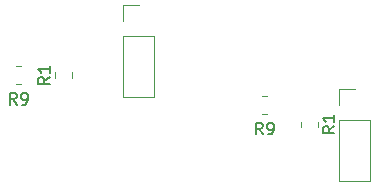
<source format=gbr>
G04 #@! TF.GenerationSoftware,KiCad,Pcbnew,6.0.8-f2edbf62ab~116~ubuntu20.04.1*
G04 #@! TF.CreationDate,2022-11-03T13:34:09-03:00*
G04 #@! TF.ProjectId,sensor_gnuiiium_lateral,73656e73-6f72-45f6-976e-75696969756d,rev?*
G04 #@! TF.SameCoordinates,Original*
G04 #@! TF.FileFunction,Legend,Top*
G04 #@! TF.FilePolarity,Positive*
%FSLAX46Y46*%
G04 Gerber Fmt 4.6, Leading zero omitted, Abs format (unit mm)*
G04 Created by KiCad (PCBNEW 6.0.8-f2edbf62ab~116~ubuntu20.04.1) date 2022-11-03 13:34:09*
%MOMM*%
%LPD*%
G01*
G04 APERTURE LIST*
%ADD10C,0.150000*%
%ADD11C,0.120000*%
G04 APERTURE END LIST*
D10*
G04 #@! TO.C,R1*
X170883380Y-83065066D02*
X170407190Y-83398400D01*
X170883380Y-83636495D02*
X169883380Y-83636495D01*
X169883380Y-83255542D01*
X169931000Y-83160304D01*
X169978619Y-83112685D01*
X170073857Y-83065066D01*
X170216714Y-83065066D01*
X170311952Y-83112685D01*
X170359571Y-83160304D01*
X170407190Y-83255542D01*
X170407190Y-83636495D01*
X170883380Y-82112685D02*
X170883380Y-82684114D01*
X170883380Y-82398400D02*
X169883380Y-82398400D01*
X170026238Y-82493638D01*
X170121476Y-82588876D01*
X170169095Y-82684114D01*
X146757380Y-78906666D02*
X146281190Y-79240000D01*
X146757380Y-79478095D02*
X145757380Y-79478095D01*
X145757380Y-79097142D01*
X145805000Y-79001904D01*
X145852619Y-78954285D01*
X145947857Y-78906666D01*
X146090714Y-78906666D01*
X146185952Y-78954285D01*
X146233571Y-79001904D01*
X146281190Y-79097142D01*
X146281190Y-79478095D01*
X146757380Y-77954285D02*
X146757380Y-78525714D01*
X146757380Y-78240000D02*
X145757380Y-78240000D01*
X145900238Y-78335238D01*
X145995476Y-78430476D01*
X146043095Y-78525714D01*
G04 #@! TO.C,R9*
X143978333Y-81224380D02*
X143645000Y-80748190D01*
X143406904Y-81224380D02*
X143406904Y-80224380D01*
X143787857Y-80224380D01*
X143883095Y-80272000D01*
X143930714Y-80319619D01*
X143978333Y-80414857D01*
X143978333Y-80557714D01*
X143930714Y-80652952D01*
X143883095Y-80700571D01*
X143787857Y-80748190D01*
X143406904Y-80748190D01*
X144454523Y-81224380D02*
X144645000Y-81224380D01*
X144740238Y-81176761D01*
X144787857Y-81129142D01*
X144883095Y-80986285D01*
X144930714Y-80795809D01*
X144930714Y-80414857D01*
X144883095Y-80319619D01*
X144835476Y-80272000D01*
X144740238Y-80224380D01*
X144549761Y-80224380D01*
X144454523Y-80272000D01*
X144406904Y-80319619D01*
X144359285Y-80414857D01*
X144359285Y-80652952D01*
X144406904Y-80748190D01*
X144454523Y-80795809D01*
X144549761Y-80843428D01*
X144740238Y-80843428D01*
X144835476Y-80795809D01*
X144883095Y-80748190D01*
X144930714Y-80652952D01*
X164804333Y-83747780D02*
X164471000Y-83271590D01*
X164232904Y-83747780D02*
X164232904Y-82747780D01*
X164613857Y-82747780D01*
X164709095Y-82795400D01*
X164756714Y-82843019D01*
X164804333Y-82938257D01*
X164804333Y-83081114D01*
X164756714Y-83176352D01*
X164709095Y-83223971D01*
X164613857Y-83271590D01*
X164232904Y-83271590D01*
X165280523Y-83747780D02*
X165471000Y-83747780D01*
X165566238Y-83700161D01*
X165613857Y-83652542D01*
X165709095Y-83509685D01*
X165756714Y-83319209D01*
X165756714Y-82938257D01*
X165709095Y-82843019D01*
X165661476Y-82795400D01*
X165566238Y-82747780D01*
X165375761Y-82747780D01*
X165280523Y-82795400D01*
X165232904Y-82843019D01*
X165185285Y-82938257D01*
X165185285Y-83176352D01*
X165232904Y-83271590D01*
X165280523Y-83319209D01*
X165375761Y-83366828D01*
X165566238Y-83366828D01*
X165661476Y-83319209D01*
X165709095Y-83271590D01*
X165756714Y-83176352D01*
D11*
G04 #@! TO.C,R1*
X168046000Y-82671336D02*
X168046000Y-83125464D01*
X169516000Y-82671336D02*
X169516000Y-83125464D01*
X147220000Y-78967064D02*
X147220000Y-78512936D01*
X148690000Y-78967064D02*
X148690000Y-78512936D01*
G04 #@! TO.C,R9*
X143917936Y-79475000D02*
X144372064Y-79475000D01*
X143917936Y-78005000D02*
X144372064Y-78005000D01*
X164743936Y-80528400D02*
X165198064Y-80528400D01*
X164743936Y-81998400D02*
X165198064Y-81998400D01*
G04 #@! TO.C,REF\u002A\u002A*
X155635000Y-75425000D02*
X155635000Y-80565000D01*
X152975000Y-75425000D02*
X155635000Y-75425000D01*
X152975000Y-74155000D02*
X152975000Y-72825000D01*
X152975000Y-72825000D02*
X154305000Y-72825000D01*
X152975000Y-80565000D02*
X155635000Y-80565000D01*
X152975000Y-75425000D02*
X152975000Y-80565000D01*
X171261000Y-82548400D02*
X171261000Y-87688400D01*
X171261000Y-87688400D02*
X173921000Y-87688400D01*
X171261000Y-79948400D02*
X172591000Y-79948400D01*
X171261000Y-81278400D02*
X171261000Y-79948400D01*
X171261000Y-82548400D02*
X173921000Y-82548400D01*
X173921000Y-82548400D02*
X173921000Y-87688400D01*
G04 #@! TD*
M02*

</source>
